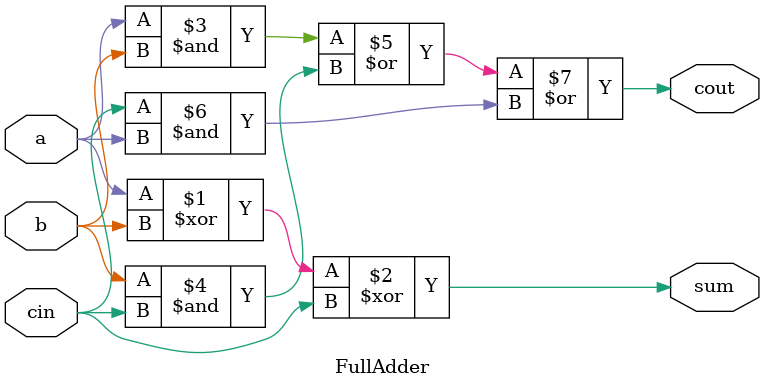
<source format=v>

module CSA_4bit (
    input [3:0] A, B, C,
    output [4:0] Sum,
    output Cout
);
    wire [2:0] St;
    wire [3:0] Ct;

    FullAdder CSAU0(.a(A[0]), .b(B[0]), .cin(C[0]), .sum(Sum[0]), .cout(Ct[0]));
    FullAdder CSAU1(.a(A[1]), .b(B[1]), .cin(C[1]), .sum(St[0]), .cout(Ct[1]));
    FullAdder CSAU2(.a(A[2]), .b(B[2]), .cin(C[2]), .sum(St[1]), .cout(Ct[2]));
    FullAdder CSAU3(.a(A[3]), .b(B[3]), .cin(C[3]), .sum(St[2]), .cout(Ct[3]));

    RippleCarryAdder RCA0(.A(Ct), .B({1'b0, St}), .Sum(Sum[4:1]), .Cout(Cout));
endmodule

module RippleCarryAdder (
    input [3:0] A, B,
    output [3:0] Sum,
    output Cout
);
    wire [2:0] carry;
    FullAdder FA0(.sum(Sum[0]), .cout(carry[0]), .a(A[0]), .b(B[0]), .cin(1'b0));
    FullAdder FA1(.sum(Sum[1]), .cout(carry[1]), .a(A[1]), .b(B[1]), .cin(carry[0]));
    FullAdder FA2(.sum(Sum[2]), .cout(carry[2]), .a(A[2]), .b(B[2]), .cin(carry[1]));
    FullAdder FA3(.sum(Sum[3]), .cout(Cout), .a(A[3]), .b(B[3]), .cin(carry[2]));
endmodule

module FullAdder (
    input a, b, cin,
    output sum, cout
);
    assign sum = a ^ b ^ cin;
    assign cout = (a & b) | (b & cin) | (cin & a);
endmodule

</source>
